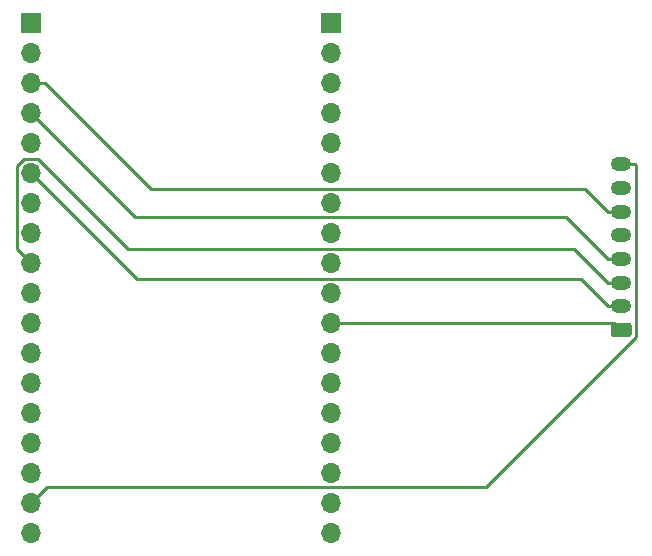
<source format=gbr>
G04 #@! TF.GenerationSoftware,KiCad,Pcbnew,(5.1.5)-3*
G04 #@! TF.CreationDate,2020-06-17T14:59:32+02:00*
G04 #@! TF.ProjectId,Tuerschild,54756572-7363-4686-996c-642e6b696361,rev?*
G04 #@! TF.SameCoordinates,Original*
G04 #@! TF.FileFunction,Copper,L2,Bot*
G04 #@! TF.FilePolarity,Positive*
%FSLAX46Y46*%
G04 Gerber Fmt 4.6, Leading zero omitted, Abs format (unit mm)*
G04 Created by KiCad (PCBNEW (5.1.5)-3) date 2020-06-17 14:59:32*
%MOMM*%
%LPD*%
G04 APERTURE LIST*
%ADD10C,0.100000*%
%ADD11O,1.750000X1.200000*%
%ADD12O,1.700000X1.700000*%
%ADD13R,1.700000X1.700000*%
%ADD14C,0.250000*%
G04 APERTURE END LIST*
G04 #@! TA.AperFunction,ComponentPad*
D10*
G36*
X170649505Y-100401204D02*
G01*
X170673773Y-100404804D01*
X170697572Y-100410765D01*
X170720671Y-100419030D01*
X170742850Y-100429520D01*
X170763893Y-100442132D01*
X170783599Y-100456747D01*
X170801777Y-100473223D01*
X170818253Y-100491401D01*
X170832868Y-100511107D01*
X170845480Y-100532150D01*
X170855970Y-100554329D01*
X170864235Y-100577428D01*
X170870196Y-100601227D01*
X170873796Y-100625495D01*
X170875000Y-100649999D01*
X170875000Y-101350001D01*
X170873796Y-101374505D01*
X170870196Y-101398773D01*
X170864235Y-101422572D01*
X170855970Y-101445671D01*
X170845480Y-101467850D01*
X170832868Y-101488893D01*
X170818253Y-101508599D01*
X170801777Y-101526777D01*
X170783599Y-101543253D01*
X170763893Y-101557868D01*
X170742850Y-101570480D01*
X170720671Y-101580970D01*
X170697572Y-101589235D01*
X170673773Y-101595196D01*
X170649505Y-101598796D01*
X170625001Y-101600000D01*
X169374999Y-101600000D01*
X169350495Y-101598796D01*
X169326227Y-101595196D01*
X169302428Y-101589235D01*
X169279329Y-101580970D01*
X169257150Y-101570480D01*
X169236107Y-101557868D01*
X169216401Y-101543253D01*
X169198223Y-101526777D01*
X169181747Y-101508599D01*
X169167132Y-101488893D01*
X169154520Y-101467850D01*
X169144030Y-101445671D01*
X169135765Y-101422572D01*
X169129804Y-101398773D01*
X169126204Y-101374505D01*
X169125000Y-101350001D01*
X169125000Y-100649999D01*
X169126204Y-100625495D01*
X169129804Y-100601227D01*
X169135765Y-100577428D01*
X169144030Y-100554329D01*
X169154520Y-100532150D01*
X169167132Y-100511107D01*
X169181747Y-100491401D01*
X169198223Y-100473223D01*
X169216401Y-100456747D01*
X169236107Y-100442132D01*
X169257150Y-100429520D01*
X169279329Y-100419030D01*
X169302428Y-100410765D01*
X169326227Y-100404804D01*
X169350495Y-100401204D01*
X169374999Y-100400000D01*
X170625001Y-100400000D01*
X170649505Y-100401204D01*
G37*
G04 #@! TD.AperFunction*
D11*
X170000000Y-99000000D03*
X170000000Y-97000000D03*
X170000000Y-95000000D03*
X170000000Y-93000000D03*
X170000000Y-91000000D03*
X170000000Y-89000000D03*
X170000000Y-87000000D03*
D12*
X120000000Y-118180000D03*
X120000000Y-115640000D03*
X120000000Y-113100000D03*
X120000000Y-110560000D03*
X120000000Y-108020000D03*
X120000000Y-105480000D03*
X120000000Y-102940000D03*
X120000000Y-100400000D03*
X120000000Y-97860000D03*
X120000000Y-95320000D03*
X120000000Y-92780000D03*
X120000000Y-90240000D03*
X120000000Y-87700000D03*
X120000000Y-85160000D03*
X120000000Y-82620000D03*
X120000000Y-80080000D03*
X120000000Y-77540000D03*
D13*
X120000000Y-75000000D03*
D12*
X145400000Y-118180000D03*
X145400000Y-115640000D03*
X145400000Y-113100000D03*
X145400000Y-110560000D03*
X145400000Y-108020000D03*
X145400000Y-105480000D03*
X145400000Y-102940000D03*
X145400000Y-100400000D03*
X145400000Y-97860000D03*
X145400000Y-95320000D03*
X145400000Y-92780000D03*
X145400000Y-90240000D03*
X145400000Y-87700000D03*
X145400000Y-85160000D03*
X145400000Y-82620000D03*
X145400000Y-80080000D03*
X145400000Y-77540000D03*
D13*
X145400000Y-75000000D03*
D14*
X169400000Y-100400000D02*
X170000000Y-101000000D01*
X145400000Y-100400000D02*
X169400000Y-100400000D01*
X168875000Y-99000000D02*
X170000000Y-99000000D01*
X166559999Y-96684999D02*
X168875000Y-99000000D01*
X128984999Y-96684999D02*
X166559999Y-96684999D01*
X120000000Y-87700000D02*
X128984999Y-96684999D01*
X168875000Y-97000000D02*
X170000000Y-97000000D01*
X120564001Y-86524999D02*
X128184001Y-94144999D01*
X119435999Y-86524999D02*
X120564001Y-86524999D01*
X166019999Y-94144999D02*
X168875000Y-97000000D01*
X118824999Y-87135999D02*
X119435999Y-86524999D01*
X118824999Y-94144999D02*
X118824999Y-87135999D01*
X128184001Y-94144999D02*
X166019999Y-94144999D01*
X120000000Y-95320000D02*
X118824999Y-94144999D01*
X165290001Y-91415001D02*
X168875000Y-95000000D01*
X128795001Y-91415001D02*
X165290001Y-91415001D01*
X168875000Y-95000000D02*
X170000000Y-95000000D01*
X120000000Y-82620000D02*
X128795001Y-91415001D01*
X168875000Y-91000000D02*
X170000000Y-91000000D01*
X130187080Y-89064999D02*
X166939999Y-89064999D01*
X121202081Y-80080000D02*
X130187080Y-89064999D01*
X166939999Y-89064999D02*
X168875000Y-91000000D01*
X120000000Y-80080000D02*
X121202081Y-80080000D01*
X171125000Y-87000000D02*
X170000000Y-87000000D01*
X171200010Y-87075010D02*
X171125000Y-87000000D01*
X171200010Y-101588180D02*
X171200010Y-87075010D01*
X158513189Y-114275001D02*
X171200010Y-101588180D01*
X121364999Y-114275001D02*
X158513189Y-114275001D01*
X120000000Y-115640000D02*
X121364999Y-114275001D01*
M02*

</source>
